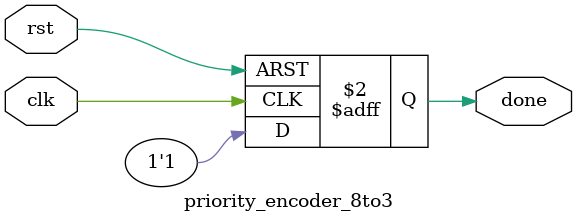
<source format=v>

module priority_encoder_8to3(input clk, input rst, output reg done);
    always @(posedge clk or posedge rst) begin
        if (rst)
            done <= 0;
        else
            done <= 1;
    end
endmodule

</source>
